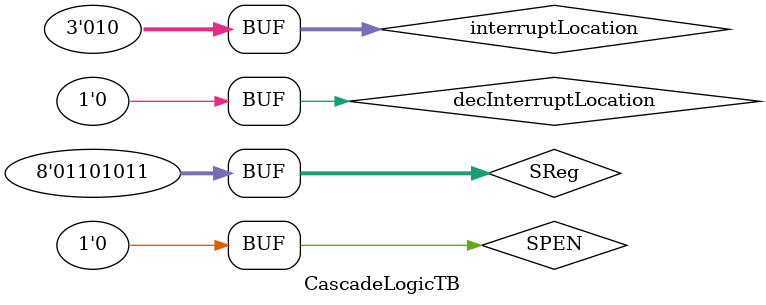
<source format=v>
module CascadeLogic(

input SPEN,
input [7:0] SReg,
input decInterruptLocation,
input [2:0] interruptLocation,
inout [2:0] CASBus,
output wire sPermissionToWrite,
output wire mPermissionToWrite

);

	
	assign mPermissionToWrite = ((SReg[decInterruptLocation] == 1) &&	(SPEN == 1))? 0 : 1;
	assign CASBus = ((SReg[decInterruptLocation] == 1) && (SPEN == 1))? interruptLocation : 3'bzzz;
	assign sPermissionToWrite = ((CASBus == SReg[2:0]) && (SPEN == 0))? 1 : 0;


endmodule



module CascadeLogicTB();

reg SPEN;
reg [7:0] SReg;
reg decInterruptLocation;
reg [2:0] interruptLocation;
wire [2:0] CASBus;
wire spermissionToWrite;
wire mPermissionToWrite;

initial begin

	SPEN = 1'b1;
	SReg = 8'b00111010;
	decInterruptLocation = 2;
	interruptLocation = 3'b010;
	#10;

	decInterruptLocation = 5;
	interruptLocation = 3'b101;
	#10;

	decInterruptLocation = 7;
	interruptLocation = 3'b111;
	#10;

	SReg = 8'b01101011;
	decInterruptLocation = 6;
	interruptLocation = 3'b110;
	#10;

	decInterruptLocation = 2;
	interruptLocation = 3'b010;
	#10;

	SPEN = 0;
	#10;


	end


CascadeLogic CLInstance(

	.SPEN(SPEN),
	.SReg(SReg),
	.decInterruptLocation(decInterruptLocation),
	.interruptLocation(interruptLocation),
	.CASBus(CASBus),
	.sPermissionToWrite(sPermissionToWrite),
	.mPermissionToWrite(mPermissionToWrite)
);


endmodule


</source>
